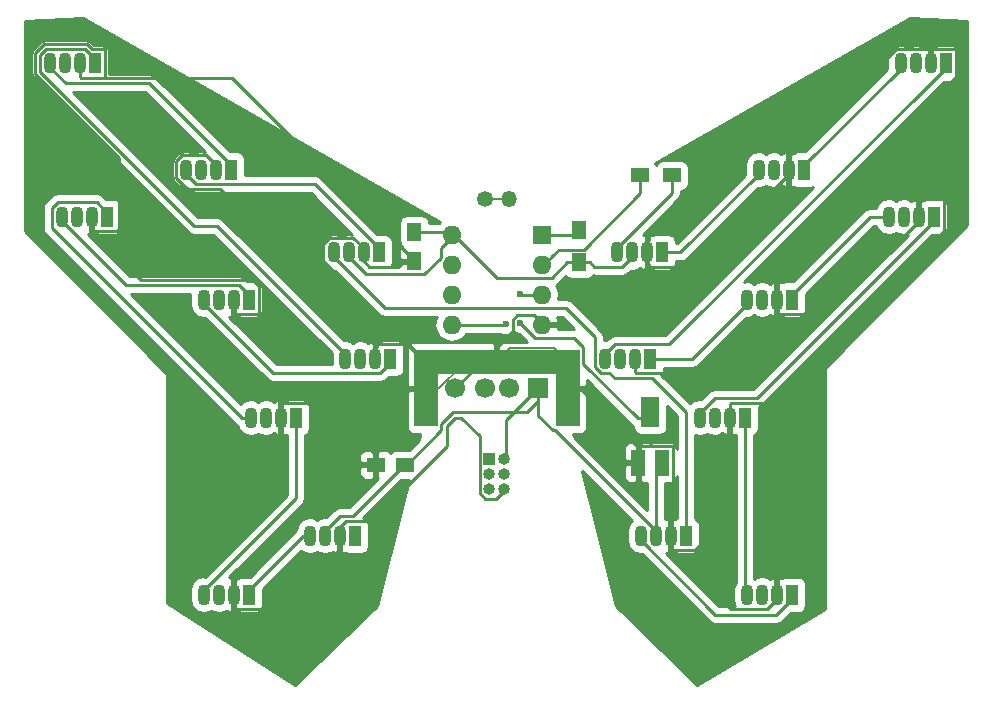
<source format=gtl>
G04 #@! TF.FileFunction,Copper,L1,Top,Signal*
%FSLAX46Y46*%
G04 Gerber Fmt 4.6, Leading zero omitted, Abs format (unit mm)*
G04 Created by KiCad (PCBNEW 4.0.7) date Thursday, January 18, 2018 'PMt' 12:02:38 PM*
%MOMM*%
%LPD*%
G01*
G04 APERTURE LIST*
%ADD10C,0.100000*%
%ADD11R,1.000000X1.000000*%
%ADD12O,1.000000X1.000000*%
%ADD13R,1.700000X1.700000*%
%ADD14C,1.700000*%
%ADD15R,14.000000X2.000000*%
%ADD16R,2.000000X6.500000*%
%ADD17R,1.500000X1.300000*%
%ADD18R,1.300000X1.500000*%
%ADD19R,1.250000X1.500000*%
%ADD20R,1.500000X1.250000*%
%ADD21R,1.070000X1.800000*%
%ADD22O,1.070000X1.800000*%
%ADD23C,1.350000*%
%ADD24O,1.350000X1.350000*%
%ADD25R,1.600000X1.600000*%
%ADD26O,1.600000X1.600000*%
%ADD27R,1.600000X2.500000*%
%ADD28R,1.200000X2.200000*%
%ADD29C,0.600000*%
%ADD30C,0.250000*%
%ADD31C,0.152400*%
%ADD32C,0.254000*%
G04 APERTURE END LIST*
D10*
D11*
X99418006Y-116225640D03*
D12*
X100688006Y-116225640D03*
X99418006Y-117495640D03*
X100688006Y-117495640D03*
X99418006Y-118765640D03*
X100688006Y-118765640D03*
D13*
X103553006Y-110225640D03*
D14*
X101053006Y-110225640D03*
X99053006Y-110225640D03*
X96553006Y-110225640D03*
D15*
X100053006Y-107975640D03*
D16*
X94053006Y-110225640D03*
X106053006Y-110225640D03*
D17*
X114903006Y-92225640D03*
X112203006Y-92225640D03*
D18*
X107053006Y-96875640D03*
X107053006Y-99575640D03*
D19*
X93053006Y-96975640D03*
X93053006Y-99475640D03*
D20*
X92303006Y-116725640D03*
X89803006Y-116725640D03*
D21*
X114053006Y-98725640D03*
D22*
X112783006Y-98725640D03*
X111513006Y-98725640D03*
X110243006Y-98725640D03*
D21*
X126053006Y-91725640D03*
D22*
X124783006Y-91725640D03*
X123513006Y-91725640D03*
X122243006Y-91725640D03*
D21*
X138053006Y-82725640D03*
D22*
X136783006Y-82725640D03*
X135513006Y-82725640D03*
X134243006Y-82725640D03*
D21*
X113053006Y-107725640D03*
D22*
X111783006Y-107725640D03*
X110513006Y-107725640D03*
X109243006Y-107725640D03*
D21*
X125053006Y-102725640D03*
D22*
X123783006Y-102725640D03*
X122513006Y-102725640D03*
X121243006Y-102725640D03*
D21*
X137053006Y-95725640D03*
D22*
X135783006Y-95725640D03*
X134513006Y-95725640D03*
X133243006Y-95725640D03*
D21*
X121053006Y-112725640D03*
D22*
X119783006Y-112725640D03*
X118513006Y-112725640D03*
X117243006Y-112725640D03*
D21*
X125053006Y-127725640D03*
D22*
X123783006Y-127725640D03*
X122513006Y-127725640D03*
X121243006Y-127725640D03*
D21*
X116053006Y-122725640D03*
D22*
X114783006Y-122725640D03*
X113513006Y-122725640D03*
X112243006Y-122725640D03*
D21*
X90053006Y-98725640D03*
D22*
X88783006Y-98725640D03*
X87513006Y-98725640D03*
X86243006Y-98725640D03*
D21*
X77553006Y-91725640D03*
D22*
X76283006Y-91725640D03*
X75013006Y-91725640D03*
X73743006Y-91725640D03*
D21*
X66053006Y-82725640D03*
D22*
X64783006Y-82725640D03*
X63513006Y-82725640D03*
X62243006Y-82725640D03*
D21*
X91053006Y-107725640D03*
D22*
X89783006Y-107725640D03*
X88513006Y-107725640D03*
X87243006Y-107725640D03*
D21*
X79053006Y-102725640D03*
D22*
X77783006Y-102725640D03*
X76513006Y-102725640D03*
X75243006Y-102725640D03*
D21*
X67053006Y-95725640D03*
D22*
X65783006Y-95725640D03*
X64513006Y-95725640D03*
X63243006Y-95725640D03*
D21*
X83053006Y-112725640D03*
D22*
X81783006Y-112725640D03*
X80513006Y-112725640D03*
X79243006Y-112725640D03*
D21*
X79053006Y-127725640D03*
D22*
X77783006Y-127725640D03*
X76513006Y-127725640D03*
X75243006Y-127725640D03*
D21*
X88053006Y-122725640D03*
D22*
X86783006Y-122725640D03*
X85513006Y-122725640D03*
X84243006Y-122725640D03*
D23*
X99053006Y-94225640D03*
D24*
X101053006Y-94225640D03*
D25*
X103863006Y-97225640D03*
D26*
X96243006Y-104845640D03*
X103863006Y-99765640D03*
X96243006Y-102305640D03*
X103863006Y-102305640D03*
X96243006Y-99765640D03*
X103863006Y-104845640D03*
X96243006Y-97225640D03*
D27*
X113053006Y-112275640D03*
D28*
X112053006Y-116525640D03*
X114053006Y-116525640D03*
D29*
X100802994Y-104783451D03*
X102026030Y-102225640D03*
X102053006Y-104725640D03*
D30*
X114053006Y-116025640D02*
X114053006Y-116875640D01*
X114053006Y-116875640D02*
X113513006Y-117415640D01*
X113513006Y-117415640D02*
X113513006Y-121575640D01*
X113513006Y-121575640D02*
X113513006Y-122725640D01*
X87853018Y-121050628D02*
X86823018Y-121050628D01*
X86823018Y-121050628D02*
X85513006Y-122360640D01*
X92303006Y-116725640D02*
X92178006Y-116725640D01*
X92178006Y-116725640D02*
X87853018Y-121050628D01*
X85513006Y-122360640D02*
X85513006Y-122725640D01*
X92428006Y-116725640D02*
X92303006Y-116725640D01*
X95378007Y-113775639D02*
X92428006Y-116725640D01*
X95378007Y-113264228D02*
X95378007Y-113775639D01*
X102603017Y-112275629D02*
X96366606Y-112275629D01*
X96366606Y-112275629D02*
X95378007Y-113264228D01*
X103553006Y-111325640D02*
X102603017Y-112275629D01*
X103553006Y-110225640D02*
X103553006Y-111325640D01*
X100823006Y-116225640D02*
X100823006Y-112955640D01*
X100823006Y-112955640D02*
X103553006Y-110225640D01*
X96433006Y-97225640D02*
X95308005Y-98350641D01*
X87513006Y-99090640D02*
X87513006Y-98725640D01*
X95308005Y-98350641D02*
X95308005Y-99180643D01*
X95308005Y-99180643D02*
X93938007Y-100550641D01*
X93938007Y-100550641D02*
X88973007Y-100550641D01*
X88973007Y-100550641D02*
X87513006Y-99090640D01*
X103553006Y-110225640D02*
X103553006Y-112560642D01*
X103553006Y-112560642D02*
X104793005Y-113800641D01*
X104793005Y-113800641D02*
X104953007Y-113800641D01*
X104953007Y-113800641D02*
X113513006Y-122360640D01*
X113513006Y-122360640D02*
X113513006Y-122725640D01*
X107053006Y-99575640D02*
X107953006Y-99575640D01*
X107953006Y-99575640D02*
X108328016Y-99950650D01*
X108328016Y-99950650D02*
X110652996Y-99950650D01*
X110652996Y-99950650D02*
X111513006Y-99090640D01*
X111513006Y-99090640D02*
X111513006Y-98725640D01*
X104718007Y-100890641D02*
X106033008Y-99575640D01*
X106033008Y-99575640D02*
X107053006Y-99575640D01*
X96433006Y-97225640D02*
X100098007Y-100890641D01*
X100098007Y-100890641D02*
X104718007Y-100890641D01*
X93053006Y-96975640D02*
X96183006Y-96975640D01*
X96183006Y-96975640D02*
X96433006Y-97225640D01*
X100823006Y-118765640D02*
X99998005Y-119590641D01*
X99088306Y-119590641D02*
X98624383Y-119126718D01*
X99998005Y-119590641D02*
X99088306Y-119590641D01*
X98624383Y-119126718D02*
X98624383Y-114297017D01*
X98624383Y-114297017D02*
X97053006Y-112725640D01*
X97053006Y-112725640D02*
X96553006Y-112725640D01*
X96553006Y-112725640D02*
X95828018Y-113450628D01*
X95828018Y-113450628D02*
X95828018Y-115160630D01*
X95828018Y-115160630D02*
X89488009Y-121500639D01*
X89488009Y-121500639D02*
X87258005Y-121500639D01*
X87258005Y-121500639D02*
X86783006Y-121975638D01*
X86783006Y-121975638D02*
X86783006Y-122725640D01*
D31*
X100053006Y-107975640D02*
X97455406Y-107975640D01*
X97455406Y-107975640D02*
X95205406Y-110225640D01*
X95205406Y-110225640D02*
X94053006Y-110225640D01*
X106053006Y-110225640D02*
X106053006Y-107975640D01*
X106053006Y-107975640D02*
X104900606Y-106823240D01*
X101205406Y-106823240D02*
X100053006Y-107975640D01*
X104900606Y-106823240D02*
X101205406Y-106823240D01*
D30*
X114783006Y-122725640D02*
X114783006Y-121575640D01*
X114783006Y-121575640D02*
X114978007Y-121380639D01*
X114978007Y-121380639D02*
X114978007Y-115165639D01*
X114978007Y-115165639D02*
X114913007Y-115100639D01*
X114913007Y-115100639D02*
X112128007Y-115100639D01*
X112128007Y-115100639D02*
X112053006Y-115175640D01*
X112053006Y-116025640D02*
X112053006Y-115175640D01*
X112053006Y-115175640D02*
X107103006Y-110225640D01*
X107103006Y-110225640D02*
X106053006Y-110225640D01*
X101428004Y-104425638D02*
X101428004Y-105350642D01*
X101428004Y-105350642D02*
X100053006Y-106725640D01*
X100053006Y-106725640D02*
X100053006Y-107975640D01*
X101808001Y-104045641D02*
X101428004Y-104425638D01*
X104053006Y-104845640D02*
X103253007Y-104045641D01*
X103253007Y-104045641D02*
X101808001Y-104045641D01*
X77783006Y-127725640D02*
X77783006Y-126575640D01*
X77783006Y-126575640D02*
X87633006Y-116725640D01*
X87633006Y-116725640D02*
X88803006Y-116725640D01*
X88803006Y-116725640D02*
X89803006Y-116725640D01*
X86783006Y-122725640D02*
X86783006Y-123875640D01*
X86783006Y-123875640D02*
X81708005Y-128950641D01*
X81708005Y-128950641D02*
X77858007Y-128950641D01*
X77858007Y-128950641D02*
X77783006Y-128875640D01*
X77783006Y-128875640D02*
X77783006Y-127725640D01*
X89803006Y-116725640D02*
X89803006Y-115850640D01*
X89803006Y-115850640D02*
X85453005Y-111500639D01*
X85453005Y-111500639D02*
X81858007Y-111500639D01*
X81858007Y-111500639D02*
X81783006Y-111575640D01*
X81783006Y-111575640D02*
X81783006Y-112725640D01*
X79377985Y-101050619D02*
X79913007Y-101585641D01*
X79913007Y-101585641D02*
X79913007Y-103885641D01*
X79913007Y-103885641D02*
X79848007Y-103950641D01*
X77858007Y-103950641D02*
X77783006Y-103875640D01*
X79848007Y-103950641D02*
X77858007Y-103950641D01*
X77783006Y-103875640D02*
X77783006Y-102725640D01*
X65783006Y-96875640D02*
X69957986Y-101050619D01*
X69957986Y-101050619D02*
X79377985Y-101050619D01*
X68053006Y-90753287D02*
X68053006Y-96745642D01*
X68053006Y-96745642D02*
X67848007Y-96950641D01*
X67848007Y-96950641D02*
X65858007Y-96950641D01*
X65858007Y-96950641D02*
X65783006Y-96875640D01*
X65783006Y-96875640D02*
X65783006Y-95725640D01*
X60932987Y-83633268D02*
X68053006Y-90753287D01*
X64858007Y-83950641D02*
X66848007Y-83950641D01*
X66848007Y-83950641D02*
X66913007Y-83885641D01*
X66913007Y-83885641D02*
X66913007Y-81565639D01*
X66913007Y-81565639D02*
X66848007Y-81500639D01*
X66848007Y-81500639D02*
X65829415Y-81500639D01*
X65829415Y-81500639D02*
X65379396Y-81050620D01*
X65379396Y-81050620D02*
X61700378Y-81050621D01*
X61700378Y-81050621D02*
X60932986Y-81818013D01*
X60932986Y-81818013D02*
X60932987Y-83633268D01*
X93053006Y-99475640D02*
X93053006Y-99350640D01*
X93053006Y-99350640D02*
X77653007Y-83950641D01*
X77653007Y-83950641D02*
X64858007Y-83950641D01*
X64858007Y-83950641D02*
X64783006Y-83875640D01*
X64783006Y-83875640D02*
X64783006Y-82725640D01*
X89783006Y-106575640D02*
X76608027Y-93400661D01*
X76608027Y-93400661D02*
X73836790Y-93400661D01*
X76283006Y-91360640D02*
X76283006Y-91725640D01*
X73836790Y-93400661D02*
X72882996Y-92446867D01*
X72882996Y-92446867D02*
X72882996Y-91004413D01*
X72882996Y-91004413D02*
X73386779Y-90500630D01*
X73386779Y-90500630D02*
X75422996Y-90500630D01*
X75422996Y-90500630D02*
X76283006Y-91360640D01*
X94053006Y-110225640D02*
X94053006Y-107975640D01*
X94053006Y-107975640D02*
X92578005Y-106500639D01*
X92578005Y-106500639D02*
X89858007Y-106500639D01*
X89783006Y-106575640D02*
X89783006Y-107725640D01*
X89858007Y-106500639D02*
X89783006Y-106575640D01*
X94053006Y-110225640D02*
X94053006Y-108116877D01*
X94053006Y-108116877D02*
X85382996Y-99446867D01*
X85382996Y-99446867D02*
X85382996Y-98004413D01*
X85382996Y-98004413D02*
X85886779Y-97500630D01*
X85886779Y-97500630D02*
X87922996Y-97500630D01*
X87922996Y-97500630D02*
X88783006Y-98360640D01*
X88783006Y-98360640D02*
X88783006Y-98725640D01*
X124783006Y-91725640D02*
X124783006Y-92090640D01*
X124783006Y-92090640D02*
X116923005Y-99950641D01*
X116923005Y-99950641D02*
X112858007Y-99950641D01*
X112858007Y-99950641D02*
X112783006Y-99875640D01*
X112783006Y-99875640D02*
X112783006Y-98725640D01*
X136783006Y-81575640D02*
X136707996Y-81500630D01*
X136707996Y-81500630D02*
X133858016Y-81500630D01*
X133858016Y-81500630D02*
X124783006Y-90575640D01*
X124783006Y-90575640D02*
X124783006Y-91725640D01*
X135783006Y-95725640D02*
X135783006Y-87015642D01*
X135783006Y-87015642D02*
X138913007Y-83885641D01*
X138913007Y-83885641D02*
X138913007Y-81565639D01*
X138913007Y-81565639D02*
X138848007Y-81500639D01*
X138848007Y-81500639D02*
X136858007Y-81500639D01*
X136858007Y-81500639D02*
X136783006Y-81575640D01*
X136783006Y-81575640D02*
X136783006Y-82725640D01*
X123783006Y-103875640D02*
X118708005Y-108950641D01*
X118708005Y-108950641D02*
X111858007Y-108950641D01*
X111858007Y-108950641D02*
X111783006Y-108875640D01*
X111783006Y-108875640D02*
X111783006Y-107725640D01*
X135783006Y-95725640D02*
X135783006Y-96090640D01*
X135783006Y-96090640D02*
X127923005Y-103950641D01*
X127923005Y-103950641D02*
X123858007Y-103950641D01*
X123858007Y-103950641D02*
X123783006Y-103875640D01*
X123783006Y-103875640D02*
X123783006Y-102725640D01*
X137913007Y-92865639D02*
X137493007Y-92865639D01*
X135783006Y-94575640D02*
X135783006Y-95725640D01*
X137493007Y-92865639D02*
X135783006Y-94575640D01*
X123298012Y-111500636D02*
X137913007Y-96885641D01*
X119783006Y-112725640D02*
X119783006Y-111575640D01*
X119783006Y-111575640D02*
X119858008Y-111500638D01*
X119858008Y-111500638D02*
X123298012Y-111500636D01*
X137913007Y-96885641D02*
X137913007Y-92865639D01*
X114783006Y-123875640D02*
X114858007Y-123950641D01*
X114858007Y-123950641D02*
X116848007Y-123950641D01*
X116848007Y-123950641D02*
X119783006Y-121015642D01*
X119783006Y-113875640D02*
X119783006Y-112725640D01*
X119783006Y-121015642D02*
X119783006Y-113875640D01*
X122922996Y-128950650D02*
X123783006Y-128090640D01*
X114783006Y-122725640D02*
X114783006Y-123875640D01*
X114783006Y-123875640D02*
X119858016Y-128950650D01*
X119858016Y-128950650D02*
X122922996Y-128950650D01*
X123783006Y-128090640D02*
X123783006Y-127725640D01*
X114783006Y-122725640D02*
X114783006Y-122360640D01*
X89803006Y-116725640D02*
X89803006Y-113225640D01*
X89803006Y-113225640D02*
X92803006Y-110225640D01*
X92803006Y-110225640D02*
X94053006Y-110225640D01*
X96553006Y-110225640D02*
X98803006Y-107975640D01*
X98803006Y-107975640D02*
X100053006Y-107975640D01*
X93053006Y-99475640D02*
X92178006Y-99475640D01*
X92178006Y-99475640D02*
X91703005Y-99950641D01*
X91703005Y-99950641D02*
X89258005Y-99950641D01*
X89258005Y-99950641D02*
X88783006Y-99475642D01*
X88783006Y-99475642D02*
X88783006Y-98725640D01*
X114053006Y-98725640D02*
X115608006Y-98725640D01*
X115608006Y-98725640D02*
X122243006Y-92090640D01*
X122243006Y-92090640D02*
X122243006Y-91725640D01*
X114903006Y-92225640D02*
X114903006Y-93700640D01*
X114903006Y-93700640D02*
X110243006Y-98360640D01*
X110243006Y-98360640D02*
X110243006Y-98725640D01*
X126053006Y-91725640D02*
X126053006Y-91360640D01*
X126053006Y-91360640D02*
X134243006Y-83170640D01*
X134243006Y-83170640D02*
X134243006Y-82725640D01*
X138053006Y-82725640D02*
X138053006Y-83090640D01*
X138053006Y-83090640D02*
X114643016Y-106500630D01*
X114643016Y-106500630D02*
X110103016Y-106500630D01*
X110103016Y-106500630D02*
X109243006Y-107360640D01*
X109243006Y-107360640D02*
X109243006Y-107725640D01*
X113053006Y-107725640D02*
X116608006Y-107725640D01*
X116608006Y-107725640D02*
X121243006Y-103090640D01*
X121243006Y-103090640D02*
X121243006Y-102725640D01*
X125053006Y-102725640D02*
X125053006Y-102360640D01*
X125053006Y-102360640D02*
X131688006Y-95725640D01*
X131688006Y-95725640D02*
X132458006Y-95725640D01*
X132458006Y-95725640D02*
X133243006Y-95725640D01*
X137053006Y-95725640D02*
X137053006Y-96090640D01*
X117243006Y-112360640D02*
X117243006Y-112725640D01*
X118553018Y-111050628D02*
X117243006Y-112360640D01*
X122093018Y-111050628D02*
X118553018Y-111050628D01*
X137053006Y-96090640D02*
X122093018Y-111050628D01*
X121053006Y-112725640D02*
X121053006Y-127535640D01*
X121053006Y-127535640D02*
X121243006Y-127725640D01*
X112243006Y-123090640D02*
X112243006Y-122725640D01*
X125053006Y-128090640D02*
X123742985Y-129400661D01*
X123742985Y-129400661D02*
X118553027Y-129400661D01*
X125053006Y-127725640D02*
X125053006Y-128090640D01*
X118553027Y-129400661D02*
X112243006Y-123090640D01*
X90583007Y-103430641D02*
X86243006Y-99090640D01*
X86243006Y-99090640D02*
X86243006Y-98725640D01*
X109599233Y-108950650D02*
X108886779Y-108950650D01*
X110049234Y-109400651D02*
X109599233Y-108950650D01*
X105894418Y-103430641D02*
X90583007Y-103430641D01*
X108382996Y-105919219D02*
X105894418Y-103430641D01*
X108382996Y-108446867D02*
X108382996Y-105919219D01*
X113211607Y-109400651D02*
X110049234Y-109400651D01*
X116053006Y-112242050D02*
X113211607Y-109400651D01*
X116053006Y-122725640D02*
X116053006Y-112242050D01*
X108886779Y-108950650D02*
X108382996Y-108446867D01*
X90053006Y-98725640D02*
X90053006Y-98360640D01*
X73743006Y-92090640D02*
X73743006Y-91725640D01*
X90053006Y-98360640D02*
X84643016Y-92950650D01*
X84643016Y-92950650D02*
X74603016Y-92950650D01*
X74603016Y-92950650D02*
X73743006Y-92090640D01*
X77553006Y-91360640D02*
X70593018Y-84400652D01*
X63553018Y-84400652D02*
X62243006Y-83090640D01*
X70593018Y-84400652D02*
X63553018Y-84400652D01*
X77553006Y-91725640D02*
X77553006Y-91360640D01*
X62243006Y-83090640D02*
X62243006Y-82725640D01*
X61886779Y-81500630D02*
X61382996Y-82004413D01*
X66053006Y-82725640D02*
X66053006Y-82360640D01*
X87243006Y-107360640D02*
X87243006Y-107725640D01*
X76383005Y-96500639D02*
X87243006Y-107360640D01*
X61382996Y-82004413D02*
X61382996Y-83446867D01*
X74436768Y-96500639D02*
X76383005Y-96500639D01*
X66053006Y-82360640D02*
X65192996Y-81500630D01*
X61382996Y-83446867D02*
X74436768Y-96500639D01*
X65192996Y-81500630D02*
X61886779Y-81500630D01*
X91053006Y-107725640D02*
X91053006Y-108090640D01*
X91053006Y-108090640D02*
X90192996Y-108950650D01*
X90192996Y-108950650D02*
X81103016Y-108950650D01*
X81103016Y-108950650D02*
X75243006Y-103090640D01*
X75243006Y-103090640D02*
X75243006Y-102725640D01*
X63243006Y-96090640D02*
X63243006Y-95725640D01*
X68652996Y-101500630D02*
X63243006Y-96090640D01*
X78192996Y-101500630D02*
X68652996Y-101500630D01*
X79053006Y-102360640D02*
X78192996Y-101500630D01*
X79053006Y-102725640D02*
X79053006Y-102360640D01*
X67053006Y-95725640D02*
X67053006Y-95360640D01*
X67053006Y-95360640D02*
X66192996Y-94500630D01*
X66192996Y-94500630D02*
X62886779Y-94500630D01*
X62886779Y-94500630D02*
X62382996Y-95004413D01*
X62382996Y-95004413D02*
X62382996Y-96650630D01*
X62382996Y-96650630D02*
X78458006Y-112725640D01*
X78458006Y-112725640D02*
X79243006Y-112725640D01*
X83053006Y-112725640D02*
X83053006Y-119550640D01*
X83053006Y-119550640D02*
X75243006Y-127360640D01*
X75243006Y-127360640D02*
X75243006Y-127725640D01*
X79053006Y-127725640D02*
X79053006Y-127360640D01*
X83688006Y-122725640D02*
X84243006Y-122725640D01*
X79053006Y-127360640D02*
X83688006Y-122725640D01*
X96433006Y-104845640D02*
X100740805Y-104845640D01*
X100740805Y-104845640D02*
X100802994Y-104783451D01*
X104053006Y-97225640D02*
X106703006Y-97225640D01*
X106703006Y-97225640D02*
X107053006Y-96875640D01*
X112203006Y-92225640D02*
X112203006Y-93710642D01*
X112203006Y-93710642D02*
X107413009Y-98500639D01*
X107413009Y-98500639D02*
X105318007Y-98500639D01*
X105318007Y-98500639D02*
X104853005Y-98965641D01*
X104853005Y-98965641D02*
X104053006Y-99765640D01*
X104053006Y-102305640D02*
X102106030Y-102305640D01*
X102106030Y-102305640D02*
X102026030Y-102225640D01*
X103298007Y-105970641D02*
X102053006Y-104725640D01*
X107378007Y-108150641D02*
X107378007Y-106715639D01*
X113053006Y-112775640D02*
X112003006Y-112775640D01*
X112003006Y-112775640D02*
X107378007Y-108150641D01*
X107378007Y-106715639D02*
X106633009Y-105970641D01*
X106633009Y-105970641D02*
X103298007Y-105970641D01*
D31*
X101053006Y-94225640D02*
X99053006Y-94225640D01*
D32*
G36*
X139873000Y-79120152D02*
X139873000Y-96447394D01*
X127910197Y-108410197D01*
X127882334Y-108452211D01*
X127873000Y-108500000D01*
X127873000Y-128927529D01*
X117019074Y-135341213D01*
X110167473Y-128659875D01*
X107310818Y-117233254D01*
X111514677Y-121437113D01*
X111415691Y-121503253D01*
X111162067Y-121882828D01*
X111073006Y-122330568D01*
X111073006Y-123120712D01*
X111162067Y-123568452D01*
X111415691Y-123948027D01*
X111795266Y-124201651D01*
X112243006Y-124290712D01*
X112347492Y-124269928D01*
X118015626Y-129938062D01*
X118262187Y-130102809D01*
X118553027Y-130160661D01*
X123742985Y-130160661D01*
X124033824Y-130102809D01*
X124280386Y-129938062D01*
X124945368Y-129273080D01*
X125588006Y-129273080D01*
X125823323Y-129228802D01*
X126039447Y-129089730D01*
X126184437Y-128877530D01*
X126235446Y-128625640D01*
X126235446Y-126825640D01*
X126191168Y-126590323D01*
X126052096Y-126374199D01*
X125839896Y-126229209D01*
X125588006Y-126178200D01*
X124518006Y-126178200D01*
X124282689Y-126222478D01*
X124191176Y-126281365D01*
X124090389Y-126231740D01*
X123910006Y-126357396D01*
X123910006Y-126630879D01*
X123870566Y-126825640D01*
X123870566Y-127872640D01*
X123683006Y-127872640D01*
X123683006Y-127330568D01*
X123656006Y-127194830D01*
X123656006Y-126357396D01*
X123475623Y-126231740D01*
X123163772Y-126385286D01*
X122960746Y-126249629D01*
X122513006Y-126160568D01*
X122065266Y-126249629D01*
X121878006Y-126374752D01*
X121813006Y-126331321D01*
X121813006Y-114230743D01*
X121823323Y-114228802D01*
X122039447Y-114089730D01*
X122184437Y-113877530D01*
X122235446Y-113625640D01*
X122235446Y-111825640D01*
X122227585Y-111783861D01*
X122383857Y-111752776D01*
X122630419Y-111588029D01*
X136945368Y-97273080D01*
X137588006Y-97273080D01*
X137823323Y-97228802D01*
X138039447Y-97089730D01*
X138184437Y-96877530D01*
X138235446Y-96625640D01*
X138235446Y-94825640D01*
X138191168Y-94590323D01*
X138052096Y-94374199D01*
X137839896Y-94229209D01*
X137588006Y-94178200D01*
X136518006Y-94178200D01*
X136282689Y-94222478D01*
X136191176Y-94281365D01*
X136090389Y-94231740D01*
X135910006Y-94357396D01*
X135910006Y-94630879D01*
X135870566Y-94825640D01*
X135870566Y-95872640D01*
X135683006Y-95872640D01*
X135683006Y-95330568D01*
X135656006Y-95194830D01*
X135656006Y-94357396D01*
X135475623Y-94231740D01*
X135163772Y-94385286D01*
X134960746Y-94249629D01*
X134513006Y-94160568D01*
X134065266Y-94249629D01*
X133878006Y-94374752D01*
X133690746Y-94249629D01*
X133243006Y-94160568D01*
X132795266Y-94249629D01*
X132415691Y-94503253D01*
X132162067Y-94882828D01*
X132145595Y-94965640D01*
X131688006Y-94965640D01*
X131397167Y-95023492D01*
X131150605Y-95188239D01*
X125160644Y-101178200D01*
X124518006Y-101178200D01*
X124282689Y-101222478D01*
X124191176Y-101281365D01*
X124090389Y-101231740D01*
X123910006Y-101357396D01*
X123910006Y-101630879D01*
X123870566Y-101825640D01*
X123870566Y-103625640D01*
X123910006Y-103835245D01*
X123910006Y-104093884D01*
X124090389Y-104219540D01*
X124190367Y-104170314D01*
X124266116Y-104222071D01*
X124518006Y-104273080D01*
X125588006Y-104273080D01*
X125823323Y-104228802D01*
X126039447Y-104089730D01*
X126184437Y-103877530D01*
X126235446Y-103625640D01*
X126235446Y-102253002D01*
X132002808Y-96485640D01*
X132145595Y-96485640D01*
X132162067Y-96568452D01*
X132415691Y-96948027D01*
X132795266Y-97201651D01*
X133243006Y-97290712D01*
X133690746Y-97201651D01*
X133878006Y-97076528D01*
X134065266Y-97201651D01*
X134513006Y-97290712D01*
X134843964Y-97224880D01*
X121778216Y-110290628D01*
X118553018Y-110290628D01*
X118262179Y-110348480D01*
X118015617Y-110513227D01*
X117347492Y-111181352D01*
X117243006Y-111160568D01*
X116795266Y-111249629D01*
X116415691Y-111503253D01*
X116405004Y-111519246D01*
X114000530Y-109114772D01*
X114039447Y-109089730D01*
X114184437Y-108877530D01*
X114235446Y-108625640D01*
X114235446Y-108485640D01*
X116608006Y-108485640D01*
X116898845Y-108427788D01*
X117145407Y-108263041D01*
X121138520Y-104269928D01*
X121243006Y-104290712D01*
X121690746Y-104201651D01*
X121878006Y-104076528D01*
X122065266Y-104201651D01*
X122513006Y-104290712D01*
X122960746Y-104201651D01*
X123163772Y-104065994D01*
X123475623Y-104219540D01*
X123656006Y-104093884D01*
X123656006Y-103256450D01*
X123683006Y-103120712D01*
X123683006Y-102330568D01*
X123656006Y-102194830D01*
X123656006Y-101357396D01*
X123475623Y-101231740D01*
X123163772Y-101385286D01*
X122960746Y-101249629D01*
X122513006Y-101160568D01*
X122065266Y-101249629D01*
X121878006Y-101374752D01*
X121690746Y-101249629D01*
X121243006Y-101160568D01*
X121011913Y-101206535D01*
X137945368Y-84273080D01*
X138588006Y-84273080D01*
X138823323Y-84228802D01*
X139039447Y-84089730D01*
X139184437Y-83877530D01*
X139235446Y-83625640D01*
X139235446Y-81825640D01*
X139191168Y-81590323D01*
X139052096Y-81374199D01*
X138839896Y-81229209D01*
X138588006Y-81178200D01*
X137518006Y-81178200D01*
X137282689Y-81222478D01*
X137191176Y-81281365D01*
X137090389Y-81231740D01*
X136910006Y-81357396D01*
X136910006Y-81630879D01*
X136870566Y-81825640D01*
X136870566Y-82872640D01*
X136683006Y-82872640D01*
X136683006Y-82330568D01*
X136656006Y-82194830D01*
X136656006Y-81357396D01*
X136475623Y-81231740D01*
X136163772Y-81385286D01*
X135960746Y-81249629D01*
X135513006Y-81160568D01*
X135065266Y-81249629D01*
X134878006Y-81374752D01*
X134690746Y-81249629D01*
X134243006Y-81160568D01*
X133795266Y-81249629D01*
X133415691Y-81503253D01*
X133162067Y-81882828D01*
X133073006Y-82330568D01*
X133073006Y-83120712D01*
X133097084Y-83241760D01*
X126160644Y-90178200D01*
X125518006Y-90178200D01*
X125282689Y-90222478D01*
X125191176Y-90281365D01*
X125090389Y-90231740D01*
X124910006Y-90357396D01*
X124910006Y-90630879D01*
X124870566Y-90825640D01*
X124870566Y-92625640D01*
X124910006Y-92835245D01*
X124910006Y-93093884D01*
X125090389Y-93219540D01*
X125190367Y-93170314D01*
X125266116Y-93222071D01*
X125518006Y-93273080D01*
X126588006Y-93273080D01*
X126823323Y-93228802D01*
X126870218Y-93198626D01*
X114328214Y-105740630D01*
X110103016Y-105740630D01*
X109812177Y-105798482D01*
X109565615Y-105963229D01*
X109347492Y-106181352D01*
X109243006Y-106160568D01*
X109142996Y-106180461D01*
X109142996Y-105919219D01*
X109085144Y-105628380D01*
X108920397Y-105381818D01*
X106431819Y-102893240D01*
X106185257Y-102728493D01*
X105894418Y-102670641D01*
X105253516Y-102670641D01*
X105326119Y-102305640D01*
X105216886Y-101756489D01*
X105077053Y-101547215D01*
X105255408Y-101428042D01*
X105926173Y-100757277D01*
X105938916Y-100777081D01*
X106151116Y-100922071D01*
X106403006Y-100973080D01*
X107703006Y-100973080D01*
X107938323Y-100928802D01*
X108154447Y-100789730D01*
X108222782Y-100689718D01*
X108328016Y-100710650D01*
X110652996Y-100710650D01*
X110943835Y-100652798D01*
X111190397Y-100488051D01*
X111408520Y-100269928D01*
X111513006Y-100290712D01*
X111960746Y-100201651D01*
X112163772Y-100065994D01*
X112475623Y-100219540D01*
X112656006Y-100093884D01*
X112656006Y-99256450D01*
X112683006Y-99120712D01*
X112683006Y-98330568D01*
X112656006Y-98194830D01*
X112656006Y-97825640D01*
X112870566Y-97825640D01*
X112870566Y-99625640D01*
X112910006Y-99835245D01*
X112910006Y-100093884D01*
X113090389Y-100219540D01*
X113190367Y-100170314D01*
X113266116Y-100222071D01*
X113518006Y-100273080D01*
X114588006Y-100273080D01*
X114823323Y-100228802D01*
X115039447Y-100089730D01*
X115184437Y-99877530D01*
X115235446Y-99625640D01*
X115235446Y-99485640D01*
X115608006Y-99485640D01*
X115898845Y-99427788D01*
X116145407Y-99263041D01*
X122138520Y-93269928D01*
X122243006Y-93290712D01*
X122690746Y-93201651D01*
X122878006Y-93076528D01*
X123065266Y-93201651D01*
X123513006Y-93290712D01*
X123960746Y-93201651D01*
X124163772Y-93065994D01*
X124475623Y-93219540D01*
X124656006Y-93093884D01*
X124656006Y-92256450D01*
X124683006Y-92120712D01*
X124683006Y-91330568D01*
X124656006Y-91194830D01*
X124656006Y-90357396D01*
X124475623Y-90231740D01*
X124163772Y-90385286D01*
X123960746Y-90249629D01*
X123513006Y-90160568D01*
X123065266Y-90249629D01*
X122878006Y-90374752D01*
X122690746Y-90249629D01*
X122243006Y-90160568D01*
X121795266Y-90249629D01*
X121415691Y-90503253D01*
X121162067Y-90882828D01*
X121073006Y-91330568D01*
X121073006Y-92120712D01*
X121083811Y-92175033D01*
X115293204Y-97965640D01*
X115235446Y-97965640D01*
X115235446Y-97825640D01*
X115191168Y-97590323D01*
X115052096Y-97374199D01*
X114839896Y-97229209D01*
X114588006Y-97178200D01*
X113518006Y-97178200D01*
X113282689Y-97222478D01*
X113191176Y-97281365D01*
X113090389Y-97231740D01*
X112910006Y-97357396D01*
X112910006Y-97630879D01*
X112870566Y-97825640D01*
X112656006Y-97825640D01*
X112656006Y-97357396D01*
X112475623Y-97231740D01*
X112418662Y-97259786D01*
X115440407Y-94238041D01*
X115605154Y-93991480D01*
X115663006Y-93700640D01*
X115663006Y-93521198D01*
X115888323Y-93478802D01*
X116104447Y-93339730D01*
X116249437Y-93127530D01*
X116300446Y-92875640D01*
X116300446Y-91575640D01*
X116256168Y-91340323D01*
X116117096Y-91124199D01*
X115904896Y-90979209D01*
X115653006Y-90928200D01*
X114153006Y-90928200D01*
X113917689Y-90972478D01*
X113701565Y-91111550D01*
X113556575Y-91323750D01*
X113553925Y-91336837D01*
X113469362Y-91205423D01*
X135083438Y-78854523D01*
X139873000Y-79120152D01*
X139873000Y-79120152D01*
G37*
X139873000Y-79120152D02*
X139873000Y-96447394D01*
X127910197Y-108410197D01*
X127882334Y-108452211D01*
X127873000Y-108500000D01*
X127873000Y-128927529D01*
X117019074Y-135341213D01*
X110167473Y-128659875D01*
X107310818Y-117233254D01*
X111514677Y-121437113D01*
X111415691Y-121503253D01*
X111162067Y-121882828D01*
X111073006Y-122330568D01*
X111073006Y-123120712D01*
X111162067Y-123568452D01*
X111415691Y-123948027D01*
X111795266Y-124201651D01*
X112243006Y-124290712D01*
X112347492Y-124269928D01*
X118015626Y-129938062D01*
X118262187Y-130102809D01*
X118553027Y-130160661D01*
X123742985Y-130160661D01*
X124033824Y-130102809D01*
X124280386Y-129938062D01*
X124945368Y-129273080D01*
X125588006Y-129273080D01*
X125823323Y-129228802D01*
X126039447Y-129089730D01*
X126184437Y-128877530D01*
X126235446Y-128625640D01*
X126235446Y-126825640D01*
X126191168Y-126590323D01*
X126052096Y-126374199D01*
X125839896Y-126229209D01*
X125588006Y-126178200D01*
X124518006Y-126178200D01*
X124282689Y-126222478D01*
X124191176Y-126281365D01*
X124090389Y-126231740D01*
X123910006Y-126357396D01*
X123910006Y-126630879D01*
X123870566Y-126825640D01*
X123870566Y-127872640D01*
X123683006Y-127872640D01*
X123683006Y-127330568D01*
X123656006Y-127194830D01*
X123656006Y-126357396D01*
X123475623Y-126231740D01*
X123163772Y-126385286D01*
X122960746Y-126249629D01*
X122513006Y-126160568D01*
X122065266Y-126249629D01*
X121878006Y-126374752D01*
X121813006Y-126331321D01*
X121813006Y-114230743D01*
X121823323Y-114228802D01*
X122039447Y-114089730D01*
X122184437Y-113877530D01*
X122235446Y-113625640D01*
X122235446Y-111825640D01*
X122227585Y-111783861D01*
X122383857Y-111752776D01*
X122630419Y-111588029D01*
X136945368Y-97273080D01*
X137588006Y-97273080D01*
X137823323Y-97228802D01*
X138039447Y-97089730D01*
X138184437Y-96877530D01*
X138235446Y-96625640D01*
X138235446Y-94825640D01*
X138191168Y-94590323D01*
X138052096Y-94374199D01*
X137839896Y-94229209D01*
X137588006Y-94178200D01*
X136518006Y-94178200D01*
X136282689Y-94222478D01*
X136191176Y-94281365D01*
X136090389Y-94231740D01*
X135910006Y-94357396D01*
X135910006Y-94630879D01*
X135870566Y-94825640D01*
X135870566Y-95872640D01*
X135683006Y-95872640D01*
X135683006Y-95330568D01*
X135656006Y-95194830D01*
X135656006Y-94357396D01*
X135475623Y-94231740D01*
X135163772Y-94385286D01*
X134960746Y-94249629D01*
X134513006Y-94160568D01*
X134065266Y-94249629D01*
X133878006Y-94374752D01*
X133690746Y-94249629D01*
X133243006Y-94160568D01*
X132795266Y-94249629D01*
X132415691Y-94503253D01*
X132162067Y-94882828D01*
X132145595Y-94965640D01*
X131688006Y-94965640D01*
X131397167Y-95023492D01*
X131150605Y-95188239D01*
X125160644Y-101178200D01*
X124518006Y-101178200D01*
X124282689Y-101222478D01*
X124191176Y-101281365D01*
X124090389Y-101231740D01*
X123910006Y-101357396D01*
X123910006Y-101630879D01*
X123870566Y-101825640D01*
X123870566Y-103625640D01*
X123910006Y-103835245D01*
X123910006Y-104093884D01*
X124090389Y-104219540D01*
X124190367Y-104170314D01*
X124266116Y-104222071D01*
X124518006Y-104273080D01*
X125588006Y-104273080D01*
X125823323Y-104228802D01*
X126039447Y-104089730D01*
X126184437Y-103877530D01*
X126235446Y-103625640D01*
X126235446Y-102253002D01*
X132002808Y-96485640D01*
X132145595Y-96485640D01*
X132162067Y-96568452D01*
X132415691Y-96948027D01*
X132795266Y-97201651D01*
X133243006Y-97290712D01*
X133690746Y-97201651D01*
X133878006Y-97076528D01*
X134065266Y-97201651D01*
X134513006Y-97290712D01*
X134843964Y-97224880D01*
X121778216Y-110290628D01*
X118553018Y-110290628D01*
X118262179Y-110348480D01*
X118015617Y-110513227D01*
X117347492Y-111181352D01*
X117243006Y-111160568D01*
X116795266Y-111249629D01*
X116415691Y-111503253D01*
X116405004Y-111519246D01*
X114000530Y-109114772D01*
X114039447Y-109089730D01*
X114184437Y-108877530D01*
X114235446Y-108625640D01*
X114235446Y-108485640D01*
X116608006Y-108485640D01*
X116898845Y-108427788D01*
X117145407Y-108263041D01*
X121138520Y-104269928D01*
X121243006Y-104290712D01*
X121690746Y-104201651D01*
X121878006Y-104076528D01*
X122065266Y-104201651D01*
X122513006Y-104290712D01*
X122960746Y-104201651D01*
X123163772Y-104065994D01*
X123475623Y-104219540D01*
X123656006Y-104093884D01*
X123656006Y-103256450D01*
X123683006Y-103120712D01*
X123683006Y-102330568D01*
X123656006Y-102194830D01*
X123656006Y-101357396D01*
X123475623Y-101231740D01*
X123163772Y-101385286D01*
X122960746Y-101249629D01*
X122513006Y-101160568D01*
X122065266Y-101249629D01*
X121878006Y-101374752D01*
X121690746Y-101249629D01*
X121243006Y-101160568D01*
X121011913Y-101206535D01*
X137945368Y-84273080D01*
X138588006Y-84273080D01*
X138823323Y-84228802D01*
X139039447Y-84089730D01*
X139184437Y-83877530D01*
X139235446Y-83625640D01*
X139235446Y-81825640D01*
X139191168Y-81590323D01*
X139052096Y-81374199D01*
X138839896Y-81229209D01*
X138588006Y-81178200D01*
X137518006Y-81178200D01*
X137282689Y-81222478D01*
X137191176Y-81281365D01*
X137090389Y-81231740D01*
X136910006Y-81357396D01*
X136910006Y-81630879D01*
X136870566Y-81825640D01*
X136870566Y-82872640D01*
X136683006Y-82872640D01*
X136683006Y-82330568D01*
X136656006Y-82194830D01*
X136656006Y-81357396D01*
X136475623Y-81231740D01*
X136163772Y-81385286D01*
X135960746Y-81249629D01*
X135513006Y-81160568D01*
X135065266Y-81249629D01*
X134878006Y-81374752D01*
X134690746Y-81249629D01*
X134243006Y-81160568D01*
X133795266Y-81249629D01*
X133415691Y-81503253D01*
X133162067Y-81882828D01*
X133073006Y-82330568D01*
X133073006Y-83120712D01*
X133097084Y-83241760D01*
X126160644Y-90178200D01*
X125518006Y-90178200D01*
X125282689Y-90222478D01*
X125191176Y-90281365D01*
X125090389Y-90231740D01*
X124910006Y-90357396D01*
X124910006Y-90630879D01*
X124870566Y-90825640D01*
X124870566Y-92625640D01*
X124910006Y-92835245D01*
X124910006Y-93093884D01*
X125090389Y-93219540D01*
X125190367Y-93170314D01*
X125266116Y-93222071D01*
X125518006Y-93273080D01*
X126588006Y-93273080D01*
X126823323Y-93228802D01*
X126870218Y-93198626D01*
X114328214Y-105740630D01*
X110103016Y-105740630D01*
X109812177Y-105798482D01*
X109565615Y-105963229D01*
X109347492Y-106181352D01*
X109243006Y-106160568D01*
X109142996Y-106180461D01*
X109142996Y-105919219D01*
X109085144Y-105628380D01*
X108920397Y-105381818D01*
X106431819Y-102893240D01*
X106185257Y-102728493D01*
X105894418Y-102670641D01*
X105253516Y-102670641D01*
X105326119Y-102305640D01*
X105216886Y-101756489D01*
X105077053Y-101547215D01*
X105255408Y-101428042D01*
X105926173Y-100757277D01*
X105938916Y-100777081D01*
X106151116Y-100922071D01*
X106403006Y-100973080D01*
X107703006Y-100973080D01*
X107938323Y-100928802D01*
X108154447Y-100789730D01*
X108222782Y-100689718D01*
X108328016Y-100710650D01*
X110652996Y-100710650D01*
X110943835Y-100652798D01*
X111190397Y-100488051D01*
X111408520Y-100269928D01*
X111513006Y-100290712D01*
X111960746Y-100201651D01*
X112163772Y-100065994D01*
X112475623Y-100219540D01*
X112656006Y-100093884D01*
X112656006Y-99256450D01*
X112683006Y-99120712D01*
X112683006Y-98330568D01*
X112656006Y-98194830D01*
X112656006Y-97825640D01*
X112870566Y-97825640D01*
X112870566Y-99625640D01*
X112910006Y-99835245D01*
X112910006Y-100093884D01*
X113090389Y-100219540D01*
X113190367Y-100170314D01*
X113266116Y-100222071D01*
X113518006Y-100273080D01*
X114588006Y-100273080D01*
X114823323Y-100228802D01*
X115039447Y-100089730D01*
X115184437Y-99877530D01*
X115235446Y-99625640D01*
X115235446Y-99485640D01*
X115608006Y-99485640D01*
X115898845Y-99427788D01*
X116145407Y-99263041D01*
X122138520Y-93269928D01*
X122243006Y-93290712D01*
X122690746Y-93201651D01*
X122878006Y-93076528D01*
X123065266Y-93201651D01*
X123513006Y-93290712D01*
X123960746Y-93201651D01*
X124163772Y-93065994D01*
X124475623Y-93219540D01*
X124656006Y-93093884D01*
X124656006Y-92256450D01*
X124683006Y-92120712D01*
X124683006Y-91330568D01*
X124656006Y-91194830D01*
X124656006Y-90357396D01*
X124475623Y-90231740D01*
X124163772Y-90385286D01*
X123960746Y-90249629D01*
X123513006Y-90160568D01*
X123065266Y-90249629D01*
X122878006Y-90374752D01*
X122690746Y-90249629D01*
X122243006Y-90160568D01*
X121795266Y-90249629D01*
X121415691Y-90503253D01*
X121162067Y-90882828D01*
X121073006Y-91330568D01*
X121073006Y-92120712D01*
X121083811Y-92175033D01*
X115293204Y-97965640D01*
X115235446Y-97965640D01*
X115235446Y-97825640D01*
X115191168Y-97590323D01*
X115052096Y-97374199D01*
X114839896Y-97229209D01*
X114588006Y-97178200D01*
X113518006Y-97178200D01*
X113282689Y-97222478D01*
X113191176Y-97281365D01*
X113090389Y-97231740D01*
X112910006Y-97357396D01*
X112910006Y-97630879D01*
X112870566Y-97825640D01*
X112656006Y-97825640D01*
X112656006Y-97357396D01*
X112475623Y-97231740D01*
X112418662Y-97259786D01*
X115440407Y-94238041D01*
X115605154Y-93991480D01*
X115663006Y-93700640D01*
X115663006Y-93521198D01*
X115888323Y-93478802D01*
X116104447Y-93339730D01*
X116249437Y-93127530D01*
X116300446Y-92875640D01*
X116300446Y-91575640D01*
X116256168Y-91340323D01*
X116117096Y-91124199D01*
X115904896Y-90979209D01*
X115653006Y-90928200D01*
X114153006Y-90928200D01*
X113917689Y-90972478D01*
X113701565Y-91111550D01*
X113556575Y-91323750D01*
X113553925Y-91336837D01*
X113469362Y-91205423D01*
X135083438Y-78854523D01*
X139873000Y-79120152D01*
G36*
X95290598Y-96150537D02*
X95200195Y-96210942D01*
X95197056Y-96215640D01*
X94323564Y-96215640D01*
X94281168Y-95990323D01*
X94142096Y-95774199D01*
X93929896Y-95629209D01*
X93678006Y-95578200D01*
X92428006Y-95578200D01*
X92192689Y-95622478D01*
X91976565Y-95761550D01*
X91831575Y-95973750D01*
X91780566Y-96225640D01*
X91780566Y-97725640D01*
X91824844Y-97960957D01*
X91963916Y-98177081D01*
X92032012Y-98223609D01*
X91889679Y-98365942D01*
X91793006Y-98599331D01*
X91793006Y-99189890D01*
X91951756Y-99348640D01*
X92926006Y-99348640D01*
X92926006Y-99328640D01*
X93180006Y-99328640D01*
X93180006Y-99348640D01*
X93200006Y-99348640D01*
X93200006Y-99602640D01*
X93180006Y-99602640D01*
X93180006Y-99622640D01*
X92926006Y-99622640D01*
X92926006Y-99602640D01*
X91951756Y-99602640D01*
X91793006Y-99761390D01*
X91793006Y-99790641D01*
X91202032Y-99790641D01*
X91235446Y-99625640D01*
X91235446Y-97825640D01*
X91191168Y-97590323D01*
X91052096Y-97374199D01*
X90839896Y-97229209D01*
X90588006Y-97178200D01*
X89945368Y-97178200D01*
X85180417Y-92413249D01*
X84933855Y-92248502D01*
X84643016Y-92190650D01*
X78735446Y-92190650D01*
X78735446Y-90825640D01*
X78691168Y-90590323D01*
X78552096Y-90374199D01*
X78339896Y-90229209D01*
X78088006Y-90178200D01*
X77445368Y-90178200D01*
X71130419Y-83863251D01*
X70883857Y-83698504D01*
X70593018Y-83640652D01*
X67232406Y-83640652D01*
X67235446Y-83625640D01*
X67235446Y-81825640D01*
X67191168Y-81590323D01*
X67052096Y-81374199D01*
X66839896Y-81229209D01*
X66588006Y-81178200D01*
X65945368Y-81178200D01*
X65730397Y-80963229D01*
X65483835Y-80798482D01*
X65192996Y-80740630D01*
X61886779Y-80740630D01*
X61595940Y-80798482D01*
X61349378Y-80963229D01*
X60845595Y-81467012D01*
X60680848Y-81713574D01*
X60622996Y-82004413D01*
X60622996Y-83446867D01*
X60680848Y-83737706D01*
X60845595Y-83984268D01*
X73899367Y-97038040D01*
X74145928Y-97202787D01*
X74194182Y-97212385D01*
X74436768Y-97260639D01*
X76068203Y-97260639D01*
X86083811Y-107276247D01*
X86073006Y-107330568D01*
X86073006Y-108120712D01*
X86086918Y-108190650D01*
X81417818Y-108190650D01*
X77418662Y-104191494D01*
X77475623Y-104219540D01*
X77656006Y-104093884D01*
X77656006Y-103256450D01*
X77683006Y-103120712D01*
X77683006Y-102578640D01*
X77870566Y-102578640D01*
X77870566Y-103625640D01*
X77910006Y-103835245D01*
X77910006Y-104093884D01*
X78090389Y-104219540D01*
X78190367Y-104170314D01*
X78266116Y-104222071D01*
X78518006Y-104273080D01*
X79588006Y-104273080D01*
X79823323Y-104228802D01*
X80039447Y-104089730D01*
X80184437Y-103877530D01*
X80235446Y-103625640D01*
X80235446Y-101825640D01*
X80191168Y-101590323D01*
X80052096Y-101374199D01*
X79839896Y-101229209D01*
X79588006Y-101178200D01*
X78945368Y-101178200D01*
X78730397Y-100963229D01*
X78483835Y-100798482D01*
X78192996Y-100740630D01*
X68967798Y-100740630D01*
X65418662Y-97191494D01*
X65475623Y-97219540D01*
X65656006Y-97093884D01*
X65656006Y-96256450D01*
X65683006Y-96120712D01*
X65683006Y-95578640D01*
X65870566Y-95578640D01*
X65870566Y-96625640D01*
X65910006Y-96835245D01*
X65910006Y-97093884D01*
X66090389Y-97219540D01*
X66190367Y-97170314D01*
X66266116Y-97222071D01*
X66518006Y-97273080D01*
X67588006Y-97273080D01*
X67823323Y-97228802D01*
X68039447Y-97089730D01*
X68184437Y-96877530D01*
X68235446Y-96625640D01*
X68235446Y-94825640D01*
X68191168Y-94590323D01*
X68052096Y-94374199D01*
X67839896Y-94229209D01*
X67588006Y-94178200D01*
X66945368Y-94178200D01*
X66730397Y-93963229D01*
X66483835Y-93798482D01*
X66192996Y-93740630D01*
X62886779Y-93740630D01*
X62595940Y-93798482D01*
X62349378Y-93963229D01*
X61845595Y-94467012D01*
X61680848Y-94713574D01*
X61622996Y-95004413D01*
X61622996Y-96650630D01*
X61680848Y-96941469D01*
X61845595Y-97188031D01*
X77920605Y-113263041D01*
X78129017Y-113402297D01*
X78162067Y-113568452D01*
X78415691Y-113948027D01*
X78795266Y-114201651D01*
X79243006Y-114290712D01*
X79690746Y-114201651D01*
X79878006Y-114076528D01*
X80065266Y-114201651D01*
X80513006Y-114290712D01*
X80960746Y-114201651D01*
X81163772Y-114065994D01*
X81475623Y-114219540D01*
X81656006Y-114093884D01*
X81656006Y-113256450D01*
X81683006Y-113120712D01*
X81683006Y-112330568D01*
X81656006Y-112194830D01*
X81656006Y-111357396D01*
X81475623Y-111231740D01*
X81163772Y-111385286D01*
X80960746Y-111249629D01*
X80513006Y-111160568D01*
X80065266Y-111249629D01*
X79878006Y-111374752D01*
X79690746Y-111249629D01*
X79243006Y-111160568D01*
X78795266Y-111249629D01*
X78415691Y-111503253D01*
X78373526Y-111566358D01*
X69067798Y-102260630D01*
X74086918Y-102260630D01*
X74073006Y-102330568D01*
X74073006Y-103120712D01*
X74162067Y-103568452D01*
X74415691Y-103948027D01*
X74795266Y-104201651D01*
X75243006Y-104290712D01*
X75347492Y-104269928D01*
X80565615Y-109488051D01*
X80812177Y-109652798D01*
X81103016Y-109710650D01*
X90192996Y-109710650D01*
X90483835Y-109652798D01*
X90730397Y-109488051D01*
X90945368Y-109273080D01*
X91588006Y-109273080D01*
X91823323Y-109228802D01*
X92039447Y-109089730D01*
X92184437Y-108877530D01*
X92235446Y-108625640D01*
X92235446Y-106825640D01*
X92191168Y-106590323D01*
X92052096Y-106374199D01*
X91839896Y-106229209D01*
X91588006Y-106178200D01*
X90518006Y-106178200D01*
X90282689Y-106222478D01*
X90191176Y-106281365D01*
X90090389Y-106231740D01*
X89910006Y-106357396D01*
X89910006Y-106630879D01*
X89870566Y-106825640D01*
X89870566Y-107872640D01*
X89683006Y-107872640D01*
X89683006Y-107330568D01*
X89656006Y-107194830D01*
X89656006Y-106357396D01*
X89475623Y-106231740D01*
X89163772Y-106385286D01*
X88960746Y-106249629D01*
X88513006Y-106160568D01*
X88065266Y-106249629D01*
X87878006Y-106374752D01*
X87690746Y-106249629D01*
X87243006Y-106160568D01*
X87138520Y-106181352D01*
X76920406Y-95963238D01*
X76673844Y-95798491D01*
X76383005Y-95740639D01*
X74751570Y-95740639D01*
X64171583Y-85160652D01*
X70278216Y-85160652D01*
X75343964Y-90226400D01*
X75013006Y-90160568D01*
X74565266Y-90249629D01*
X74378006Y-90374752D01*
X74190746Y-90249629D01*
X73743006Y-90160568D01*
X73295266Y-90249629D01*
X72915691Y-90503253D01*
X72662067Y-90882828D01*
X72573006Y-91330568D01*
X72573006Y-92120712D01*
X72662067Y-92568452D01*
X72915691Y-92948027D01*
X73295266Y-93201651D01*
X73743006Y-93290712D01*
X73847492Y-93269928D01*
X74065615Y-93488051D01*
X74312177Y-93652798D01*
X74603016Y-93710650D01*
X84328214Y-93710650D01*
X87843964Y-97226400D01*
X87513006Y-97160568D01*
X87065266Y-97249629D01*
X86878006Y-97374752D01*
X86690746Y-97249629D01*
X86243006Y-97160568D01*
X85795266Y-97249629D01*
X85415691Y-97503253D01*
X85162067Y-97882828D01*
X85073006Y-98330568D01*
X85073006Y-99120712D01*
X85162067Y-99568452D01*
X85415691Y-99948027D01*
X85795266Y-100201651D01*
X86243006Y-100290712D01*
X86347492Y-100269928D01*
X90045606Y-103968042D01*
X90292167Y-104132789D01*
X90583007Y-104190641D01*
X94959851Y-104190641D01*
X94889126Y-104296489D01*
X94779893Y-104845640D01*
X94889126Y-105394791D01*
X95200195Y-105860338D01*
X95665742Y-106171407D01*
X96214893Y-106280640D01*
X96271119Y-106280640D01*
X96820270Y-106171407D01*
X97285817Y-105860338D01*
X97456001Y-105605640D01*
X100344907Y-105605640D01*
X100616195Y-105718289D01*
X100988161Y-105718613D01*
X101331937Y-105576568D01*
X101456842Y-105451880D01*
X101522679Y-105517832D01*
X101866207Y-105660478D01*
X101913083Y-105660519D01*
X102593204Y-106340640D01*
X100338756Y-106340640D01*
X100180006Y-106499390D01*
X100180006Y-107848640D01*
X100200006Y-107848640D01*
X100200006Y-108102640D01*
X100180006Y-108102640D01*
X100180006Y-108122640D01*
X99926006Y-108122640D01*
X99926006Y-108102640D01*
X95688006Y-108102640D01*
X95688006Y-107848640D01*
X99926006Y-107848640D01*
X99926006Y-106499390D01*
X99767256Y-106340640D01*
X92926697Y-106340640D01*
X92693308Y-106437313D01*
X92514679Y-106615941D01*
X92418006Y-106849330D01*
X92418006Y-109939890D01*
X92576756Y-110098640D01*
X93926006Y-110098640D01*
X93926006Y-109610640D01*
X94180006Y-109610640D01*
X94180006Y-110098640D01*
X94200006Y-110098640D01*
X94200006Y-110352640D01*
X94180006Y-110352640D01*
X94180006Y-110372640D01*
X93926006Y-110372640D01*
X93926006Y-110352640D01*
X92576756Y-110352640D01*
X92418006Y-110511390D01*
X92418006Y-113601950D01*
X92514679Y-113835339D01*
X92693308Y-114013967D01*
X92926697Y-114110640D01*
X93575848Y-114110640D01*
X93445062Y-114633782D01*
X92625644Y-115453200D01*
X91553006Y-115453200D01*
X91317689Y-115497478D01*
X91101565Y-115636550D01*
X91055037Y-115704646D01*
X90912704Y-115562313D01*
X90679315Y-115465640D01*
X90088756Y-115465640D01*
X89930006Y-115624390D01*
X89930006Y-116598640D01*
X89950006Y-116598640D01*
X89950006Y-116852640D01*
X89930006Y-116852640D01*
X89930006Y-117826890D01*
X89965980Y-117862864D01*
X87538216Y-120290628D01*
X86823018Y-120290628D01*
X86532179Y-120348480D01*
X86285617Y-120513227D01*
X85617492Y-121181352D01*
X85513006Y-121160568D01*
X85065266Y-121249629D01*
X84878006Y-121374752D01*
X84690746Y-121249629D01*
X84243006Y-121160568D01*
X83795266Y-121249629D01*
X83415691Y-121503253D01*
X83162067Y-121882828D01*
X83089079Y-122249765D01*
X79160644Y-126178200D01*
X78518006Y-126178200D01*
X78282689Y-126222478D01*
X78191176Y-126281365D01*
X78090389Y-126231740D01*
X77910006Y-126357396D01*
X77910006Y-126630879D01*
X77870566Y-126825640D01*
X77870566Y-128625640D01*
X77910006Y-128835245D01*
X77910006Y-129093884D01*
X78090389Y-129219540D01*
X78190367Y-129170314D01*
X78266116Y-129222071D01*
X78518006Y-129273080D01*
X79588006Y-129273080D01*
X79823323Y-129228802D01*
X80039447Y-129089730D01*
X80184437Y-128877530D01*
X80235446Y-128625640D01*
X80235446Y-127253002D01*
X83490461Y-123997987D01*
X83795266Y-124201651D01*
X84243006Y-124290712D01*
X84690746Y-124201651D01*
X84878006Y-124076528D01*
X85065266Y-124201651D01*
X85513006Y-124290712D01*
X85960746Y-124201651D01*
X86163772Y-124065994D01*
X86475623Y-124219540D01*
X86656006Y-124093884D01*
X86656006Y-123256450D01*
X86683006Y-123120712D01*
X86683006Y-122578640D01*
X86870566Y-122578640D01*
X86870566Y-123625640D01*
X86910006Y-123835245D01*
X86910006Y-124093884D01*
X87090389Y-124219540D01*
X87190367Y-124170314D01*
X87266116Y-124222071D01*
X87518006Y-124273080D01*
X88588006Y-124273080D01*
X88823323Y-124228802D01*
X89039447Y-124089730D01*
X89184437Y-123877530D01*
X89235446Y-123625640D01*
X89235446Y-121825640D01*
X89191168Y-121590323D01*
X89052096Y-121374199D01*
X88839896Y-121229209D01*
X88764506Y-121213942D01*
X91980368Y-117998080D01*
X92603988Y-117998080D01*
X89938665Y-128659370D01*
X82983994Y-135339280D01*
X72127000Y-128430284D01*
X72127000Y-127330568D01*
X74073006Y-127330568D01*
X74073006Y-128120712D01*
X74162067Y-128568452D01*
X74415691Y-128948027D01*
X74795266Y-129201651D01*
X75243006Y-129290712D01*
X75690746Y-129201651D01*
X75878006Y-129076528D01*
X76065266Y-129201651D01*
X76513006Y-129290712D01*
X76960746Y-129201651D01*
X77163772Y-129065994D01*
X77475623Y-129219540D01*
X77656006Y-129093884D01*
X77656006Y-128256450D01*
X77683006Y-128120712D01*
X77683006Y-127330568D01*
X77656006Y-127194830D01*
X77656006Y-126357396D01*
X77475623Y-126231740D01*
X77418662Y-126259786D01*
X83590407Y-120088041D01*
X83755154Y-119841479D01*
X83813006Y-119550640D01*
X83813006Y-117011390D01*
X88418006Y-117011390D01*
X88418006Y-117476950D01*
X88514679Y-117710339D01*
X88693308Y-117888967D01*
X88926697Y-117985640D01*
X89517256Y-117985640D01*
X89676006Y-117826890D01*
X89676006Y-116852640D01*
X88576756Y-116852640D01*
X88418006Y-117011390D01*
X83813006Y-117011390D01*
X83813006Y-115974330D01*
X88418006Y-115974330D01*
X88418006Y-116439890D01*
X88576756Y-116598640D01*
X89676006Y-116598640D01*
X89676006Y-115624390D01*
X89517256Y-115465640D01*
X88926697Y-115465640D01*
X88693308Y-115562313D01*
X88514679Y-115740941D01*
X88418006Y-115974330D01*
X83813006Y-115974330D01*
X83813006Y-114230743D01*
X83823323Y-114228802D01*
X84039447Y-114089730D01*
X84184437Y-113877530D01*
X84235446Y-113625640D01*
X84235446Y-111825640D01*
X84191168Y-111590323D01*
X84052096Y-111374199D01*
X83839896Y-111229209D01*
X83588006Y-111178200D01*
X82518006Y-111178200D01*
X82282689Y-111222478D01*
X82191176Y-111281365D01*
X82090389Y-111231740D01*
X81910006Y-111357396D01*
X81910006Y-111630879D01*
X81870566Y-111825640D01*
X81870566Y-113625640D01*
X81910006Y-113835245D01*
X81910006Y-114093884D01*
X82090389Y-114219540D01*
X82190367Y-114170314D01*
X82266116Y-114222071D01*
X82293006Y-114227516D01*
X82293006Y-119235838D01*
X75347492Y-126181352D01*
X75243006Y-126160568D01*
X74795266Y-126249629D01*
X74415691Y-126503253D01*
X74162067Y-126882828D01*
X74073006Y-127330568D01*
X72127000Y-127330568D01*
X72127000Y-109000000D01*
X72116994Y-108950590D01*
X72089803Y-108910197D01*
X60127000Y-96947394D01*
X60127000Y-79120291D01*
X65022504Y-78854483D01*
X95290598Y-96150537D01*
X95290598Y-96150537D01*
G37*
X95290598Y-96150537D02*
X95200195Y-96210942D01*
X95197056Y-96215640D01*
X94323564Y-96215640D01*
X94281168Y-95990323D01*
X94142096Y-95774199D01*
X93929896Y-95629209D01*
X93678006Y-95578200D01*
X92428006Y-95578200D01*
X92192689Y-95622478D01*
X91976565Y-95761550D01*
X91831575Y-95973750D01*
X91780566Y-96225640D01*
X91780566Y-97725640D01*
X91824844Y-97960957D01*
X91963916Y-98177081D01*
X92032012Y-98223609D01*
X91889679Y-98365942D01*
X91793006Y-98599331D01*
X91793006Y-99189890D01*
X91951756Y-99348640D01*
X92926006Y-99348640D01*
X92926006Y-99328640D01*
X93180006Y-99328640D01*
X93180006Y-99348640D01*
X93200006Y-99348640D01*
X93200006Y-99602640D01*
X93180006Y-99602640D01*
X93180006Y-99622640D01*
X92926006Y-99622640D01*
X92926006Y-99602640D01*
X91951756Y-99602640D01*
X91793006Y-99761390D01*
X91793006Y-99790641D01*
X91202032Y-99790641D01*
X91235446Y-99625640D01*
X91235446Y-97825640D01*
X91191168Y-97590323D01*
X91052096Y-97374199D01*
X90839896Y-97229209D01*
X90588006Y-97178200D01*
X89945368Y-97178200D01*
X85180417Y-92413249D01*
X84933855Y-92248502D01*
X84643016Y-92190650D01*
X78735446Y-92190650D01*
X78735446Y-90825640D01*
X78691168Y-90590323D01*
X78552096Y-90374199D01*
X78339896Y-90229209D01*
X78088006Y-90178200D01*
X77445368Y-90178200D01*
X71130419Y-83863251D01*
X70883857Y-83698504D01*
X70593018Y-83640652D01*
X67232406Y-83640652D01*
X67235446Y-83625640D01*
X67235446Y-81825640D01*
X67191168Y-81590323D01*
X67052096Y-81374199D01*
X66839896Y-81229209D01*
X66588006Y-81178200D01*
X65945368Y-81178200D01*
X65730397Y-80963229D01*
X65483835Y-80798482D01*
X65192996Y-80740630D01*
X61886779Y-80740630D01*
X61595940Y-80798482D01*
X61349378Y-80963229D01*
X60845595Y-81467012D01*
X60680848Y-81713574D01*
X60622996Y-82004413D01*
X60622996Y-83446867D01*
X60680848Y-83737706D01*
X60845595Y-83984268D01*
X73899367Y-97038040D01*
X74145928Y-97202787D01*
X74194182Y-97212385D01*
X74436768Y-97260639D01*
X76068203Y-97260639D01*
X86083811Y-107276247D01*
X86073006Y-107330568D01*
X86073006Y-108120712D01*
X86086918Y-108190650D01*
X81417818Y-108190650D01*
X77418662Y-104191494D01*
X77475623Y-104219540D01*
X77656006Y-104093884D01*
X77656006Y-103256450D01*
X77683006Y-103120712D01*
X77683006Y-102578640D01*
X77870566Y-102578640D01*
X77870566Y-103625640D01*
X77910006Y-103835245D01*
X77910006Y-104093884D01*
X78090389Y-104219540D01*
X78190367Y-104170314D01*
X78266116Y-104222071D01*
X78518006Y-104273080D01*
X79588006Y-104273080D01*
X79823323Y-104228802D01*
X80039447Y-104089730D01*
X80184437Y-103877530D01*
X80235446Y-103625640D01*
X80235446Y-101825640D01*
X80191168Y-101590323D01*
X80052096Y-101374199D01*
X79839896Y-101229209D01*
X79588006Y-101178200D01*
X78945368Y-101178200D01*
X78730397Y-100963229D01*
X78483835Y-100798482D01*
X78192996Y-100740630D01*
X68967798Y-100740630D01*
X65418662Y-97191494D01*
X65475623Y-97219540D01*
X65656006Y-97093884D01*
X65656006Y-96256450D01*
X65683006Y-96120712D01*
X65683006Y-95578640D01*
X65870566Y-95578640D01*
X65870566Y-96625640D01*
X65910006Y-96835245D01*
X65910006Y-97093884D01*
X66090389Y-97219540D01*
X66190367Y-97170314D01*
X66266116Y-97222071D01*
X66518006Y-97273080D01*
X67588006Y-97273080D01*
X67823323Y-97228802D01*
X68039447Y-97089730D01*
X68184437Y-96877530D01*
X68235446Y-96625640D01*
X68235446Y-94825640D01*
X68191168Y-94590323D01*
X68052096Y-94374199D01*
X67839896Y-94229209D01*
X67588006Y-94178200D01*
X66945368Y-94178200D01*
X66730397Y-93963229D01*
X66483835Y-93798482D01*
X66192996Y-93740630D01*
X62886779Y-93740630D01*
X62595940Y-93798482D01*
X62349378Y-93963229D01*
X61845595Y-94467012D01*
X61680848Y-94713574D01*
X61622996Y-95004413D01*
X61622996Y-96650630D01*
X61680848Y-96941469D01*
X61845595Y-97188031D01*
X77920605Y-113263041D01*
X78129017Y-113402297D01*
X78162067Y-113568452D01*
X78415691Y-113948027D01*
X78795266Y-114201651D01*
X79243006Y-114290712D01*
X79690746Y-114201651D01*
X79878006Y-114076528D01*
X80065266Y-114201651D01*
X80513006Y-114290712D01*
X80960746Y-114201651D01*
X81163772Y-114065994D01*
X81475623Y-114219540D01*
X81656006Y-114093884D01*
X81656006Y-113256450D01*
X81683006Y-113120712D01*
X81683006Y-112330568D01*
X81656006Y-112194830D01*
X81656006Y-111357396D01*
X81475623Y-111231740D01*
X81163772Y-111385286D01*
X80960746Y-111249629D01*
X80513006Y-111160568D01*
X80065266Y-111249629D01*
X79878006Y-111374752D01*
X79690746Y-111249629D01*
X79243006Y-111160568D01*
X78795266Y-111249629D01*
X78415691Y-111503253D01*
X78373526Y-111566358D01*
X69067798Y-102260630D01*
X74086918Y-102260630D01*
X74073006Y-102330568D01*
X74073006Y-103120712D01*
X74162067Y-103568452D01*
X74415691Y-103948027D01*
X74795266Y-104201651D01*
X75243006Y-104290712D01*
X75347492Y-104269928D01*
X80565615Y-109488051D01*
X80812177Y-109652798D01*
X81103016Y-109710650D01*
X90192996Y-109710650D01*
X90483835Y-109652798D01*
X90730397Y-109488051D01*
X90945368Y-109273080D01*
X91588006Y-109273080D01*
X91823323Y-109228802D01*
X92039447Y-109089730D01*
X92184437Y-108877530D01*
X92235446Y-108625640D01*
X92235446Y-106825640D01*
X92191168Y-106590323D01*
X92052096Y-106374199D01*
X91839896Y-106229209D01*
X91588006Y-106178200D01*
X90518006Y-106178200D01*
X90282689Y-106222478D01*
X90191176Y-106281365D01*
X90090389Y-106231740D01*
X89910006Y-106357396D01*
X89910006Y-106630879D01*
X89870566Y-106825640D01*
X89870566Y-107872640D01*
X89683006Y-107872640D01*
X89683006Y-107330568D01*
X89656006Y-107194830D01*
X89656006Y-106357396D01*
X89475623Y-106231740D01*
X89163772Y-106385286D01*
X88960746Y-106249629D01*
X88513006Y-106160568D01*
X88065266Y-106249629D01*
X87878006Y-106374752D01*
X87690746Y-106249629D01*
X87243006Y-106160568D01*
X87138520Y-106181352D01*
X76920406Y-95963238D01*
X76673844Y-95798491D01*
X76383005Y-95740639D01*
X74751570Y-95740639D01*
X64171583Y-85160652D01*
X70278216Y-85160652D01*
X75343964Y-90226400D01*
X75013006Y-90160568D01*
X74565266Y-90249629D01*
X74378006Y-90374752D01*
X74190746Y-90249629D01*
X73743006Y-90160568D01*
X73295266Y-90249629D01*
X72915691Y-90503253D01*
X72662067Y-90882828D01*
X72573006Y-91330568D01*
X72573006Y-92120712D01*
X72662067Y-92568452D01*
X72915691Y-92948027D01*
X73295266Y-93201651D01*
X73743006Y-93290712D01*
X73847492Y-93269928D01*
X74065615Y-93488051D01*
X74312177Y-93652798D01*
X74603016Y-93710650D01*
X84328214Y-93710650D01*
X87843964Y-97226400D01*
X87513006Y-97160568D01*
X87065266Y-97249629D01*
X86878006Y-97374752D01*
X86690746Y-97249629D01*
X86243006Y-97160568D01*
X85795266Y-97249629D01*
X85415691Y-97503253D01*
X85162067Y-97882828D01*
X85073006Y-98330568D01*
X85073006Y-99120712D01*
X85162067Y-99568452D01*
X85415691Y-99948027D01*
X85795266Y-100201651D01*
X86243006Y-100290712D01*
X86347492Y-100269928D01*
X90045606Y-103968042D01*
X90292167Y-104132789D01*
X90583007Y-104190641D01*
X94959851Y-104190641D01*
X94889126Y-104296489D01*
X94779893Y-104845640D01*
X94889126Y-105394791D01*
X95200195Y-105860338D01*
X95665742Y-106171407D01*
X96214893Y-106280640D01*
X96271119Y-106280640D01*
X96820270Y-106171407D01*
X97285817Y-105860338D01*
X97456001Y-105605640D01*
X100344907Y-105605640D01*
X100616195Y-105718289D01*
X100988161Y-105718613D01*
X101331937Y-105576568D01*
X101456842Y-105451880D01*
X101522679Y-105517832D01*
X101866207Y-105660478D01*
X101913083Y-105660519D01*
X102593204Y-106340640D01*
X100338756Y-106340640D01*
X100180006Y-106499390D01*
X100180006Y-107848640D01*
X100200006Y-107848640D01*
X100200006Y-108102640D01*
X100180006Y-108102640D01*
X100180006Y-108122640D01*
X99926006Y-108122640D01*
X99926006Y-108102640D01*
X95688006Y-108102640D01*
X95688006Y-107848640D01*
X99926006Y-107848640D01*
X99926006Y-106499390D01*
X99767256Y-106340640D01*
X92926697Y-106340640D01*
X92693308Y-106437313D01*
X92514679Y-106615941D01*
X92418006Y-106849330D01*
X92418006Y-109939890D01*
X92576756Y-110098640D01*
X93926006Y-110098640D01*
X93926006Y-109610640D01*
X94180006Y-109610640D01*
X94180006Y-110098640D01*
X94200006Y-110098640D01*
X94200006Y-110352640D01*
X94180006Y-110352640D01*
X94180006Y-110372640D01*
X93926006Y-110372640D01*
X93926006Y-110352640D01*
X92576756Y-110352640D01*
X92418006Y-110511390D01*
X92418006Y-113601950D01*
X92514679Y-113835339D01*
X92693308Y-114013967D01*
X92926697Y-114110640D01*
X93575848Y-114110640D01*
X93445062Y-114633782D01*
X92625644Y-115453200D01*
X91553006Y-115453200D01*
X91317689Y-115497478D01*
X91101565Y-115636550D01*
X91055037Y-115704646D01*
X90912704Y-115562313D01*
X90679315Y-115465640D01*
X90088756Y-115465640D01*
X89930006Y-115624390D01*
X89930006Y-116598640D01*
X89950006Y-116598640D01*
X89950006Y-116852640D01*
X89930006Y-116852640D01*
X89930006Y-117826890D01*
X89965980Y-117862864D01*
X87538216Y-120290628D01*
X86823018Y-120290628D01*
X86532179Y-120348480D01*
X86285617Y-120513227D01*
X85617492Y-121181352D01*
X85513006Y-121160568D01*
X85065266Y-121249629D01*
X84878006Y-121374752D01*
X84690746Y-121249629D01*
X84243006Y-121160568D01*
X83795266Y-121249629D01*
X83415691Y-121503253D01*
X83162067Y-121882828D01*
X83089079Y-122249765D01*
X79160644Y-126178200D01*
X78518006Y-126178200D01*
X78282689Y-126222478D01*
X78191176Y-126281365D01*
X78090389Y-126231740D01*
X77910006Y-126357396D01*
X77910006Y-126630879D01*
X77870566Y-126825640D01*
X77870566Y-128625640D01*
X77910006Y-128835245D01*
X77910006Y-129093884D01*
X78090389Y-129219540D01*
X78190367Y-129170314D01*
X78266116Y-129222071D01*
X78518006Y-129273080D01*
X79588006Y-129273080D01*
X79823323Y-129228802D01*
X80039447Y-129089730D01*
X80184437Y-128877530D01*
X80235446Y-128625640D01*
X80235446Y-127253002D01*
X83490461Y-123997987D01*
X83795266Y-124201651D01*
X84243006Y-124290712D01*
X84690746Y-124201651D01*
X84878006Y-124076528D01*
X85065266Y-124201651D01*
X85513006Y-124290712D01*
X85960746Y-124201651D01*
X86163772Y-124065994D01*
X86475623Y-124219540D01*
X86656006Y-124093884D01*
X86656006Y-123256450D01*
X86683006Y-123120712D01*
X86683006Y-122578640D01*
X86870566Y-122578640D01*
X86870566Y-123625640D01*
X86910006Y-123835245D01*
X86910006Y-124093884D01*
X87090389Y-124219540D01*
X87190367Y-124170314D01*
X87266116Y-124222071D01*
X87518006Y-124273080D01*
X88588006Y-124273080D01*
X88823323Y-124228802D01*
X89039447Y-124089730D01*
X89184437Y-123877530D01*
X89235446Y-123625640D01*
X89235446Y-121825640D01*
X89191168Y-121590323D01*
X89052096Y-121374199D01*
X88839896Y-121229209D01*
X88764506Y-121213942D01*
X91980368Y-117998080D01*
X92603988Y-117998080D01*
X89938665Y-128659370D01*
X82983994Y-135339280D01*
X72127000Y-128430284D01*
X72127000Y-127330568D01*
X74073006Y-127330568D01*
X74073006Y-128120712D01*
X74162067Y-128568452D01*
X74415691Y-128948027D01*
X74795266Y-129201651D01*
X75243006Y-129290712D01*
X75690746Y-129201651D01*
X75878006Y-129076528D01*
X76065266Y-129201651D01*
X76513006Y-129290712D01*
X76960746Y-129201651D01*
X77163772Y-129065994D01*
X77475623Y-129219540D01*
X77656006Y-129093884D01*
X77656006Y-128256450D01*
X77683006Y-128120712D01*
X77683006Y-127330568D01*
X77656006Y-127194830D01*
X77656006Y-126357396D01*
X77475623Y-126231740D01*
X77418662Y-126259786D01*
X83590407Y-120088041D01*
X83755154Y-119841479D01*
X83813006Y-119550640D01*
X83813006Y-117011390D01*
X88418006Y-117011390D01*
X88418006Y-117476950D01*
X88514679Y-117710339D01*
X88693308Y-117888967D01*
X88926697Y-117985640D01*
X89517256Y-117985640D01*
X89676006Y-117826890D01*
X89676006Y-116852640D01*
X88576756Y-116852640D01*
X88418006Y-117011390D01*
X83813006Y-117011390D01*
X83813006Y-115974330D01*
X88418006Y-115974330D01*
X88418006Y-116439890D01*
X88576756Y-116598640D01*
X89676006Y-116598640D01*
X89676006Y-115624390D01*
X89517256Y-115465640D01*
X88926697Y-115465640D01*
X88693308Y-115562313D01*
X88514679Y-115740941D01*
X88418006Y-115974330D01*
X83813006Y-115974330D01*
X83813006Y-114230743D01*
X83823323Y-114228802D01*
X84039447Y-114089730D01*
X84184437Y-113877530D01*
X84235446Y-113625640D01*
X84235446Y-111825640D01*
X84191168Y-111590323D01*
X84052096Y-111374199D01*
X83839896Y-111229209D01*
X83588006Y-111178200D01*
X82518006Y-111178200D01*
X82282689Y-111222478D01*
X82191176Y-111281365D01*
X82090389Y-111231740D01*
X81910006Y-111357396D01*
X81910006Y-111630879D01*
X81870566Y-111825640D01*
X81870566Y-113625640D01*
X81910006Y-113835245D01*
X81910006Y-114093884D01*
X82090389Y-114219540D01*
X82190367Y-114170314D01*
X82266116Y-114222071D01*
X82293006Y-114227516D01*
X82293006Y-119235838D01*
X75347492Y-126181352D01*
X75243006Y-126160568D01*
X74795266Y-126249629D01*
X74415691Y-126503253D01*
X74162067Y-126882828D01*
X74073006Y-127330568D01*
X72127000Y-127330568D01*
X72127000Y-109000000D01*
X72116994Y-108950590D01*
X72089803Y-108910197D01*
X60127000Y-96947394D01*
X60127000Y-79120291D01*
X65022504Y-78854483D01*
X95290598Y-96150537D01*
G36*
X119870566Y-113625640D02*
X119910006Y-113835245D01*
X119910006Y-114093884D01*
X120090389Y-114219540D01*
X120190367Y-114170314D01*
X120266116Y-114222071D01*
X120293006Y-114227516D01*
X120293006Y-126686864D01*
X120162067Y-126882828D01*
X120073006Y-127330568D01*
X120073006Y-128120712D01*
X120162067Y-128568452D01*
X120210316Y-128640661D01*
X118867829Y-128640661D01*
X114418662Y-124191494D01*
X114475623Y-124219540D01*
X114656006Y-124093884D01*
X114656006Y-123256450D01*
X114683006Y-123120712D01*
X114683006Y-122330568D01*
X114656006Y-122194830D01*
X114656006Y-121357396D01*
X114475623Y-121231740D01*
X114273006Y-121331503D01*
X114273006Y-118273080D01*
X114653006Y-118273080D01*
X114888323Y-118228802D01*
X115104447Y-118089730D01*
X115249437Y-117877530D01*
X115293006Y-117662380D01*
X115293006Y-121220537D01*
X115282689Y-121222478D01*
X115191176Y-121281365D01*
X115090389Y-121231740D01*
X114910006Y-121357396D01*
X114910006Y-121630879D01*
X114870566Y-121825640D01*
X114870566Y-123625640D01*
X114910006Y-123835245D01*
X114910006Y-124093884D01*
X115090389Y-124219540D01*
X115190367Y-124170314D01*
X115266116Y-124222071D01*
X115518006Y-124273080D01*
X116588006Y-124273080D01*
X116823323Y-124228802D01*
X117039447Y-124089730D01*
X117184437Y-123877530D01*
X117235446Y-123625640D01*
X117235446Y-121825640D01*
X117191168Y-121590323D01*
X117052096Y-121374199D01*
X116839896Y-121229209D01*
X116813006Y-121223764D01*
X116813006Y-114205180D01*
X117243006Y-114290712D01*
X117690746Y-114201651D01*
X117878006Y-114076528D01*
X118065266Y-114201651D01*
X118513006Y-114290712D01*
X118960746Y-114201651D01*
X119163772Y-114065994D01*
X119475623Y-114219540D01*
X119656006Y-114093884D01*
X119656006Y-113256450D01*
X119683006Y-113120712D01*
X119683006Y-112578640D01*
X119870566Y-112578640D01*
X119870566Y-113625640D01*
X119870566Y-113625640D01*
G37*
X119870566Y-113625640D02*
X119910006Y-113835245D01*
X119910006Y-114093884D01*
X120090389Y-114219540D01*
X120190367Y-114170314D01*
X120266116Y-114222071D01*
X120293006Y-114227516D01*
X120293006Y-126686864D01*
X120162067Y-126882828D01*
X120073006Y-127330568D01*
X120073006Y-128120712D01*
X120162067Y-128568452D01*
X120210316Y-128640661D01*
X118867829Y-128640661D01*
X114418662Y-124191494D01*
X114475623Y-124219540D01*
X114656006Y-124093884D01*
X114656006Y-123256450D01*
X114683006Y-123120712D01*
X114683006Y-122330568D01*
X114656006Y-122194830D01*
X114656006Y-121357396D01*
X114475623Y-121231740D01*
X114273006Y-121331503D01*
X114273006Y-118273080D01*
X114653006Y-118273080D01*
X114888323Y-118228802D01*
X115104447Y-118089730D01*
X115249437Y-117877530D01*
X115293006Y-117662380D01*
X115293006Y-121220537D01*
X115282689Y-121222478D01*
X115191176Y-121281365D01*
X115090389Y-121231740D01*
X114910006Y-121357396D01*
X114910006Y-121630879D01*
X114870566Y-121825640D01*
X114870566Y-123625640D01*
X114910006Y-123835245D01*
X114910006Y-124093884D01*
X115090389Y-124219540D01*
X115190367Y-124170314D01*
X115266116Y-124222071D01*
X115518006Y-124273080D01*
X116588006Y-124273080D01*
X116823323Y-124228802D01*
X117039447Y-124089730D01*
X117184437Y-123877530D01*
X117235446Y-123625640D01*
X117235446Y-121825640D01*
X117191168Y-121590323D01*
X117052096Y-121374199D01*
X116839896Y-121229209D01*
X116813006Y-121223764D01*
X116813006Y-114205180D01*
X117243006Y-114290712D01*
X117690746Y-114201651D01*
X117878006Y-114076528D01*
X118065266Y-114201651D01*
X118513006Y-114290712D01*
X118960746Y-114201651D01*
X119163772Y-114065994D01*
X119475623Y-114219540D01*
X119656006Y-114093884D01*
X119656006Y-113256450D01*
X119683006Y-113120712D01*
X119683006Y-112578640D01*
X119870566Y-112578640D01*
X119870566Y-113625640D01*
G36*
X111465605Y-113313041D02*
X111605566Y-113406560D01*
X111605566Y-113525640D01*
X111649844Y-113760957D01*
X111788916Y-113977081D01*
X112001116Y-114122071D01*
X112253006Y-114173080D01*
X113853006Y-114173080D01*
X114088323Y-114128802D01*
X114304447Y-113989730D01*
X114449437Y-113777530D01*
X114500446Y-113525640D01*
X114500446Y-111764292D01*
X115293006Y-112556852D01*
X115293006Y-115386100D01*
X115256168Y-115190323D01*
X115117096Y-114974199D01*
X114904896Y-114829209D01*
X114653006Y-114778200D01*
X113453006Y-114778200D01*
X113217689Y-114822478D01*
X113053513Y-114928122D01*
X113012704Y-114887313D01*
X112779315Y-114790640D01*
X112338756Y-114790640D01*
X112180006Y-114949390D01*
X112180006Y-116398640D01*
X112200006Y-116398640D01*
X112200006Y-116652640D01*
X112180006Y-116652640D01*
X112180006Y-118101890D01*
X112338756Y-118260640D01*
X112753006Y-118260640D01*
X112753006Y-120525838D01*
X109038558Y-116811390D01*
X110818006Y-116811390D01*
X110818006Y-117751950D01*
X110914679Y-117985339D01*
X111093308Y-118163967D01*
X111326697Y-118260640D01*
X111767256Y-118260640D01*
X111926006Y-118101890D01*
X111926006Y-116652640D01*
X110976756Y-116652640D01*
X110818006Y-116811390D01*
X109038558Y-116811390D01*
X107526498Y-115299330D01*
X110818006Y-115299330D01*
X110818006Y-116239890D01*
X110976756Y-116398640D01*
X111926006Y-116398640D01*
X111926006Y-114949390D01*
X111767256Y-114790640D01*
X111326697Y-114790640D01*
X111093308Y-114887313D01*
X110914679Y-115065941D01*
X110818006Y-115299330D01*
X107526498Y-115299330D01*
X106594283Y-114367115D01*
X106530164Y-114110640D01*
X107179315Y-114110640D01*
X107412704Y-114013967D01*
X107591333Y-113835339D01*
X107688006Y-113601950D01*
X107688006Y-110511390D01*
X107529256Y-110352640D01*
X106180006Y-110352640D01*
X106180006Y-110372640D01*
X105926006Y-110372640D01*
X105926006Y-110352640D01*
X105906006Y-110352640D01*
X105906006Y-110098640D01*
X105926006Y-110098640D01*
X105926006Y-110078640D01*
X106180006Y-110078640D01*
X106180006Y-110098640D01*
X107529256Y-110098640D01*
X107688006Y-109939890D01*
X107688006Y-109535442D01*
X111465605Y-113313041D01*
X111465605Y-113313041D01*
G37*
X111465605Y-113313041D02*
X111605566Y-113406560D01*
X111605566Y-113525640D01*
X111649844Y-113760957D01*
X111788916Y-113977081D01*
X112001116Y-114122071D01*
X112253006Y-114173080D01*
X113853006Y-114173080D01*
X114088323Y-114128802D01*
X114304447Y-113989730D01*
X114449437Y-113777530D01*
X114500446Y-113525640D01*
X114500446Y-111764292D01*
X115293006Y-112556852D01*
X115293006Y-115386100D01*
X115256168Y-115190323D01*
X115117096Y-114974199D01*
X114904896Y-114829209D01*
X114653006Y-114778200D01*
X113453006Y-114778200D01*
X113217689Y-114822478D01*
X113053513Y-114928122D01*
X113012704Y-114887313D01*
X112779315Y-114790640D01*
X112338756Y-114790640D01*
X112180006Y-114949390D01*
X112180006Y-116398640D01*
X112200006Y-116398640D01*
X112200006Y-116652640D01*
X112180006Y-116652640D01*
X112180006Y-118101890D01*
X112338756Y-118260640D01*
X112753006Y-118260640D01*
X112753006Y-120525838D01*
X109038558Y-116811390D01*
X110818006Y-116811390D01*
X110818006Y-117751950D01*
X110914679Y-117985339D01*
X111093308Y-118163967D01*
X111326697Y-118260640D01*
X111767256Y-118260640D01*
X111926006Y-118101890D01*
X111926006Y-116652640D01*
X110976756Y-116652640D01*
X110818006Y-116811390D01*
X109038558Y-116811390D01*
X107526498Y-115299330D01*
X110818006Y-115299330D01*
X110818006Y-116239890D01*
X110976756Y-116398640D01*
X111926006Y-116398640D01*
X111926006Y-114949390D01*
X111767256Y-114790640D01*
X111326697Y-114790640D01*
X111093308Y-114887313D01*
X110914679Y-115065941D01*
X110818006Y-115299330D01*
X107526498Y-115299330D01*
X106594283Y-114367115D01*
X106530164Y-114110640D01*
X107179315Y-114110640D01*
X107412704Y-114013967D01*
X107591333Y-113835339D01*
X107688006Y-113601950D01*
X107688006Y-110511390D01*
X107529256Y-110352640D01*
X106180006Y-110352640D01*
X106180006Y-110372640D01*
X105926006Y-110372640D01*
X105926006Y-110352640D01*
X105906006Y-110352640D01*
X105906006Y-110098640D01*
X105926006Y-110098640D01*
X105926006Y-110078640D01*
X106180006Y-110078640D01*
X106180006Y-110098640D01*
X107529256Y-110098640D01*
X107688006Y-109939890D01*
X107688006Y-109535442D01*
X111465605Y-113313041D01*
G36*
X94180006Y-108102640D02*
X93926006Y-108102640D01*
X93926006Y-107848640D01*
X94180006Y-107848640D01*
X94180006Y-108102640D01*
X94180006Y-108102640D01*
G37*
X94180006Y-108102640D02*
X93926006Y-108102640D01*
X93926006Y-107848640D01*
X94180006Y-107848640D01*
X94180006Y-108102640D01*
G36*
X111870566Y-107872640D02*
X111683006Y-107872640D01*
X111683006Y-107578640D01*
X111870566Y-107578640D01*
X111870566Y-107872640D01*
X111870566Y-107872640D01*
G37*
X111870566Y-107872640D02*
X111683006Y-107872640D01*
X111683006Y-107578640D01*
X111870566Y-107578640D01*
X111870566Y-107872640D01*
G36*
X106599616Y-105210641D02*
X105248299Y-105210641D01*
X105254910Y-105194679D01*
X105132921Y-104972640D01*
X103990006Y-104972640D01*
X103990006Y-104992640D01*
X103736006Y-104992640D01*
X103736006Y-104972640D01*
X103716006Y-104972640D01*
X103716006Y-104718640D01*
X103736006Y-104718640D01*
X103736006Y-104698640D01*
X103990006Y-104698640D01*
X103990006Y-104718640D01*
X105132921Y-104718640D01*
X105254910Y-104496601D01*
X105128186Y-104190641D01*
X105579616Y-104190641D01*
X106599616Y-105210641D01*
X106599616Y-105210641D01*
G37*
X106599616Y-105210641D02*
X105248299Y-105210641D01*
X105254910Y-105194679D01*
X105132921Y-104972640D01*
X103990006Y-104972640D01*
X103990006Y-104992640D01*
X103736006Y-104992640D01*
X103736006Y-104972640D01*
X103716006Y-104972640D01*
X103716006Y-104718640D01*
X103736006Y-104718640D01*
X103736006Y-104698640D01*
X103990006Y-104698640D01*
X103990006Y-104718640D01*
X105132921Y-104718640D01*
X105254910Y-104496601D01*
X105128186Y-104190641D01*
X105579616Y-104190641D01*
X106599616Y-105210641D01*
G36*
X88870566Y-98872640D02*
X88683006Y-98872640D01*
X88683006Y-98578640D01*
X88870566Y-98578640D01*
X88870566Y-98872640D01*
X88870566Y-98872640D01*
G37*
X88870566Y-98872640D02*
X88683006Y-98872640D01*
X88683006Y-98578640D01*
X88870566Y-98578640D01*
X88870566Y-98872640D01*
G36*
X76370566Y-91872640D02*
X76183006Y-91872640D01*
X76183006Y-91578640D01*
X76370566Y-91578640D01*
X76370566Y-91872640D01*
X76370566Y-91872640D01*
G37*
X76370566Y-91872640D02*
X76183006Y-91872640D01*
X76183006Y-91578640D01*
X76370566Y-91578640D01*
X76370566Y-91872640D01*
G36*
X64870566Y-82872640D02*
X64683006Y-82872640D01*
X64683006Y-82578640D01*
X64870566Y-82578640D01*
X64870566Y-82872640D01*
X64870566Y-82872640D01*
G37*
X64870566Y-82872640D02*
X64683006Y-82872640D01*
X64683006Y-82578640D01*
X64870566Y-82578640D01*
X64870566Y-82872640D01*
M02*

</source>
